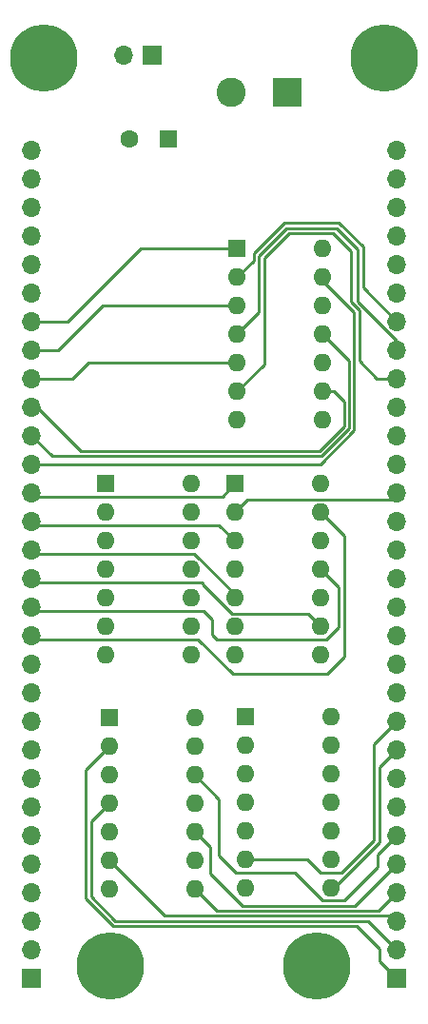
<source format=gbr>
%TF.GenerationSoftware,KiCad,Pcbnew,(5.1.9-0-10_14)*%
%TF.CreationDate,2021-06-04T20:59:10-04:00*%
%TF.ProjectId,INVERT_CONTROL_INTERFACE,494e5645-5254-45f4-934f-4e54524f4c5f,rev?*%
%TF.SameCoordinates,Original*%
%TF.FileFunction,Copper,L2,Inr*%
%TF.FilePolarity,Positive*%
%FSLAX46Y46*%
G04 Gerber Fmt 4.6, Leading zero omitted, Abs format (unit mm)*
G04 Created by KiCad (PCBNEW (5.1.9-0-10_14)) date 2021-06-04 20:59:10*
%MOMM*%
%LPD*%
G01*
G04 APERTURE LIST*
%TA.AperFunction,ComponentPad*%
%ADD10C,0.800000*%
%TD*%
%TA.AperFunction,ComponentPad*%
%ADD11C,6.000000*%
%TD*%
%TA.AperFunction,ComponentPad*%
%ADD12C,1.600000*%
%TD*%
%TA.AperFunction,ComponentPad*%
%ADD13R,1.600000X1.600000*%
%TD*%
%TA.AperFunction,ComponentPad*%
%ADD14C,2.600000*%
%TD*%
%TA.AperFunction,ComponentPad*%
%ADD15R,2.600000X2.600000*%
%TD*%
%TA.AperFunction,ComponentPad*%
%ADD16O,1.700000X1.700000*%
%TD*%
%TA.AperFunction,ComponentPad*%
%ADD17R,1.700000X1.700000*%
%TD*%
%TA.AperFunction,ComponentPad*%
%ADD18O,1.600000X1.600000*%
%TD*%
%TA.AperFunction,Conductor*%
%ADD19C,0.250000*%
%TD*%
G04 APERTURE END LIST*
D10*
%TO.N,N/C*%
%TO.C,REF\u002A\u002A*%
X86490990Y-51909010D03*
X84900000Y-51250000D03*
X83309010Y-51909010D03*
X82650000Y-53500000D03*
X83309010Y-55090990D03*
X84900000Y-55750000D03*
X86490990Y-55090990D03*
X87150000Y-53500000D03*
D11*
X84900000Y-53500000D03*
%TD*%
%TO.N,N/C*%
%TO.C,REF\u002A\u002A*%
X115200000Y-53500000D03*
D10*
X117450000Y-53500000D03*
X116790990Y-55090990D03*
X115200000Y-55750000D03*
X113609010Y-55090990D03*
X112950000Y-53500000D03*
X113609010Y-51909010D03*
X115200000Y-51250000D03*
X116790990Y-51909010D03*
%TD*%
D11*
%TO.N,N/C*%
%TO.C,REF\u002A\u002A*%
X90800000Y-134300000D03*
D10*
X93050000Y-134300000D03*
X92390990Y-135890990D03*
X90800000Y-136550000D03*
X89209010Y-135890990D03*
X88550000Y-134300000D03*
X89209010Y-132709010D03*
X90800000Y-132050000D03*
X92390990Y-132709010D03*
%TD*%
%TO.N,N/C*%
%TO.C,REF\u002A\u002A*%
X110790990Y-132709010D03*
X109200000Y-132050000D03*
X107609010Y-132709010D03*
X106950000Y-134300000D03*
X107609010Y-135890990D03*
X109200000Y-136550000D03*
X110790990Y-135890990D03*
X111450000Y-134300000D03*
D11*
X109200000Y-134300000D03*
%TD*%
D12*
%TO.N,GND*%
%TO.C,C1*%
X92500000Y-60700000D03*
D13*
%TO.N,VCC*%
X96000000Y-60700000D03*
%TD*%
D14*
%TO.N,GND*%
%TO.C,J4*%
X101600000Y-56600000D03*
D15*
%TO.N,VCC*%
X106600000Y-56600000D03*
%TD*%
D16*
%TO.N,GND*%
%TO.C,J3*%
X91960000Y-53300000D03*
D17*
%TO.N,VCC*%
X94500000Y-53300000D03*
%TD*%
D16*
%TO.N,Net-(J1-Pad30)*%
%TO.C,J1*%
X116300000Y-61740000D03*
%TO.N,Net-(J1-Pad29)*%
X116300000Y-64280000D03*
%TO.N,Net-(J1-Pad28)*%
X116300000Y-66820000D03*
%TO.N,Net-(J1-Pad27)*%
X116300000Y-69360000D03*
%TO.N,Net-(J1-Pad26)*%
X116300000Y-71900000D03*
%TO.N,Net-(J1-Pad25)*%
X116300000Y-74440000D03*
%TO.N,Net-(J1-Pad24)*%
X116300000Y-76980000D03*
%TO.N,Net-(J1-Pad23)*%
X116300000Y-79520000D03*
%TO.N,Net-(J1-Pad22)*%
X116300000Y-82060000D03*
%TO.N,Net-(J1-Pad21)*%
X116300000Y-84600000D03*
%TO.N,Net-(J1-Pad20)*%
X116300000Y-87140000D03*
%TO.N,Net-(J1-Pad19)*%
X116300000Y-89680000D03*
%TO.N,Net-(J1-Pad18)*%
X116300000Y-92220000D03*
%TO.N,Net-(J1-Pad17)*%
X116300000Y-94760000D03*
%TO.N,Net-(J1-Pad16)*%
X116300000Y-97300000D03*
%TO.N,Net-(J1-Pad15)*%
X116300000Y-99840000D03*
%TO.N,Net-(J1-Pad14)*%
X116300000Y-102380000D03*
%TO.N,Net-(J1-Pad13)*%
X116300000Y-104920000D03*
%TO.N,Net-(J1-Pad12)*%
X116300000Y-107460000D03*
%TO.N,Net-(J1-Pad11)*%
X116300000Y-110000000D03*
%TO.N,Net-(J1-Pad10)*%
X116300000Y-112540000D03*
%TO.N,Net-(J1-Pad9)*%
X116300000Y-115080000D03*
%TO.N,Net-(J1-Pad8)*%
X116300000Y-117620000D03*
%TO.N,Net-(J1-Pad7)*%
X116300000Y-120160000D03*
%TO.N,Net-(J1-Pad6)*%
X116300000Y-122700000D03*
%TO.N,Net-(J1-Pad5)*%
X116300000Y-125240000D03*
%TO.N,Net-(J1-Pad4)*%
X116300000Y-127780000D03*
%TO.N,Net-(J1-Pad3)*%
X116300000Y-130320000D03*
%TO.N,Net-(J1-Pad2)*%
X116300000Y-132860000D03*
D17*
%TO.N,Net-(J1-Pad1)*%
X116300000Y-135400000D03*
%TD*%
D16*
%TO.N,Net-(J2-Pad30)*%
%TO.C,J2*%
X83800000Y-61740000D03*
%TO.N,Net-(J2-Pad29)*%
X83800000Y-64280000D03*
%TO.N,Net-(J2-Pad28)*%
X83800000Y-66820000D03*
%TO.N,Net-(J2-Pad27)*%
X83800000Y-69360000D03*
%TO.N,Net-(J2-Pad26)*%
X83800000Y-71900000D03*
%TO.N,Net-(J2-Pad25)*%
X83800000Y-74440000D03*
%TO.N,Net-(J2-Pad24)*%
X83800000Y-76980000D03*
%TO.N,Net-(J2-Pad23)*%
X83800000Y-79520000D03*
%TO.N,Net-(J2-Pad22)*%
X83800000Y-82060000D03*
%TO.N,Net-(J2-Pad21)*%
X83800000Y-84600000D03*
%TO.N,Net-(J2-Pad20)*%
X83800000Y-87140000D03*
%TO.N,Net-(J2-Pad19)*%
X83800000Y-89680000D03*
%TO.N,Net-(J2-Pad18)*%
X83800000Y-92220000D03*
%TO.N,Net-(J2-Pad17)*%
X83800000Y-94760000D03*
%TO.N,Net-(J2-Pad16)*%
X83800000Y-97300000D03*
%TO.N,Net-(J2-Pad15)*%
X83800000Y-99840000D03*
%TO.N,Net-(J2-Pad14)*%
X83800000Y-102380000D03*
%TO.N,Net-(J2-Pad13)*%
X83800000Y-104920000D03*
%TO.N,Net-(J2-Pad12)*%
X83800000Y-107460000D03*
%TO.N,Net-(J2-Pad11)*%
X83800000Y-110000000D03*
%TO.N,Net-(J2-Pad10)*%
X83800000Y-112540000D03*
%TO.N,Net-(J2-Pad9)*%
X83800000Y-115080000D03*
%TO.N,Net-(J2-Pad8)*%
X83800000Y-117620000D03*
%TO.N,Net-(J2-Pad7)*%
X83800000Y-120160000D03*
%TO.N,Net-(J2-Pad6)*%
X83800000Y-122700000D03*
%TO.N,Net-(J2-Pad5)*%
X83800000Y-125240000D03*
%TO.N,Net-(J2-Pad4)*%
X83800000Y-127780000D03*
%TO.N,Net-(J2-Pad3)*%
X83800000Y-130320000D03*
%TO.N,Net-(J2-Pad2)*%
X83800000Y-132860000D03*
D17*
%TO.N,Net-(J2-Pad1)*%
X83800000Y-135400000D03*
%TD*%
D18*
%TO.N,VCC*%
%TO.C,U5*%
X98320000Y-112200000D03*
%TO.N,GND*%
X90700000Y-127440000D03*
%TO.N,Net-(J2-Pad6)*%
X98320000Y-114740000D03*
%TO.N,Net-(J1-Pad3)*%
X90700000Y-124900000D03*
%TO.N,Net-(J1-Pad6)*%
X98320000Y-117280000D03*
%TO.N,Net-(J2-Pad3)*%
X90700000Y-122360000D03*
%TO.N,Net-(J2-Pad5)*%
X98320000Y-119820000D03*
%TO.N,Net-(J1-Pad2)*%
X90700000Y-119820000D03*
%TO.N,Net-(J1-Pad5)*%
X98320000Y-122360000D03*
%TO.N,Net-(J2-Pad2)*%
X90700000Y-117280000D03*
%TO.N,Net-(J2-Pad4)*%
X98320000Y-124900000D03*
%TO.N,Net-(J1-Pad1)*%
X90700000Y-114740000D03*
%TO.N,Net-(J1-Pad4)*%
X98320000Y-127440000D03*
D13*
%TO.N,Net-(J2-Pad1)*%
X90700000Y-112200000D03*
%TD*%
D18*
%TO.N,VCC*%
%TO.C,U4*%
X98020000Y-91400000D03*
%TO.N,GND*%
X90400000Y-106640000D03*
%TO.N,Net-(J2-Pad25)*%
X98020000Y-93940000D03*
%TO.N,Net-(J1-Pad28)*%
X90400000Y-104100000D03*
%TO.N,Net-(J1-Pad25)*%
X98020000Y-96480000D03*
%TO.N,Net-(J2-Pad28)*%
X90400000Y-101560000D03*
%TO.N,Net-(J2-Pad26)*%
X98020000Y-99020000D03*
%TO.N,Net-(J1-Pad29)*%
X90400000Y-99020000D03*
%TO.N,Net-(J1-Pad26)*%
X98020000Y-101560000D03*
%TO.N,Net-(J2-Pad29)*%
X90400000Y-96480000D03*
%TO.N,Net-(J2-Pad27)*%
X98020000Y-104100000D03*
%TO.N,Net-(J1-Pad30)*%
X90400000Y-93940000D03*
%TO.N,Net-(J1-Pad27)*%
X98020000Y-106640000D03*
D13*
%TO.N,Net-(J2-Pad30)*%
X90400000Y-91400000D03*
%TD*%
D18*
%TO.N,VCC*%
%TO.C,U3*%
X109520000Y-91400000D03*
%TO.N,GND*%
X101900000Y-106640000D03*
%TO.N,Net-(J2-Pad13)*%
X109520000Y-93940000D03*
%TO.N,Net-(J1-Pad16)*%
X101900000Y-104100000D03*
%TO.N,Net-(J1-Pad13)*%
X109520000Y-96480000D03*
%TO.N,Net-(J2-Pad16)*%
X101900000Y-101560000D03*
%TO.N,Net-(J2-Pad14)*%
X109520000Y-99020000D03*
%TO.N,Net-(J1-Pad17)*%
X101900000Y-99020000D03*
%TO.N,Net-(J1-Pad14)*%
X109520000Y-101560000D03*
%TO.N,Net-(J2-Pad17)*%
X101900000Y-96480000D03*
%TO.N,Net-(J2-Pad15)*%
X109520000Y-104100000D03*
%TO.N,Net-(J1-Pad18)*%
X101900000Y-93940000D03*
%TO.N,Net-(J1-Pad15)*%
X109520000Y-106640000D03*
D13*
%TO.N,Net-(J2-Pad18)*%
X101900000Y-91400000D03*
%TD*%
D18*
%TO.N,VCC*%
%TO.C,U2*%
X109720000Y-70500000D03*
%TO.N,GND*%
X102100000Y-85740000D03*
%TO.N,Net-(J2-Pad19)*%
X109720000Y-73040000D03*
%TO.N,Net-(J1-Pad22)*%
X102100000Y-83200000D03*
%TO.N,Net-(J1-Pad19)*%
X109720000Y-75580000D03*
%TO.N,Net-(J2-Pad22)*%
X102100000Y-80660000D03*
%TO.N,Net-(J2-Pad20)*%
X109720000Y-78120000D03*
%TO.N,Net-(J1-Pad23)*%
X102100000Y-78120000D03*
%TO.N,Net-(J1-Pad20)*%
X109720000Y-80660000D03*
%TO.N,Net-(J2-Pad23)*%
X102100000Y-75580000D03*
%TO.N,Net-(J2-Pad21)*%
X109720000Y-83200000D03*
%TO.N,Net-(J1-Pad24)*%
X102100000Y-73040000D03*
%TO.N,Net-(J1-Pad21)*%
X109720000Y-85740000D03*
D13*
%TO.N,Net-(J2-Pad24)*%
X102100000Y-70500000D03*
%TD*%
D18*
%TO.N,VCC*%
%TO.C,U1*%
X110420000Y-112100000D03*
%TO.N,GND*%
X102800000Y-127340000D03*
%TO.N,Net-(J2-Pad7)*%
X110420000Y-114640000D03*
%TO.N,Net-(J1-Pad10)*%
X102800000Y-124800000D03*
%TO.N,Net-(J1-Pad7)*%
X110420000Y-117180000D03*
%TO.N,Net-(J2-Pad10)*%
X102800000Y-122260000D03*
%TO.N,Net-(J2-Pad8)*%
X110420000Y-119720000D03*
%TO.N,Net-(J1-Pad11)*%
X102800000Y-119720000D03*
%TO.N,Net-(J1-Pad8)*%
X110420000Y-122260000D03*
%TO.N,Net-(J2-Pad11)*%
X102800000Y-117180000D03*
%TO.N,Net-(J2-Pad9)*%
X110420000Y-124800000D03*
%TO.N,Net-(J1-Pad12)*%
X102800000Y-114640000D03*
%TO.N,Net-(J1-Pad9)*%
X110420000Y-127340000D03*
D13*
%TO.N,Net-(J2-Pad12)*%
X102800000Y-112100000D03*
%TD*%
D19*
%TO.N,Net-(J2-Pad24)*%
X83800000Y-76980000D02*
X87020000Y-76980000D01*
X93500000Y-70500000D02*
X102100000Y-70500000D01*
X87020000Y-76980000D02*
X93500000Y-70500000D01*
%TO.N,Net-(J2-Pad23)*%
X83800000Y-79520000D02*
X86180000Y-79520000D01*
X90120000Y-75580000D02*
X102100000Y-75580000D01*
X86180000Y-79520000D02*
X90120000Y-75580000D01*
%TO.N,Net-(J2-Pad22)*%
X83800000Y-82060000D02*
X87440000Y-82060000D01*
X88840000Y-80660000D02*
X102100000Y-80660000D01*
X87440000Y-82060000D02*
X88840000Y-80660000D01*
%TO.N,Net-(J2-Pad21)*%
X83800000Y-84600000D02*
X84300000Y-84600000D01*
X84300000Y-84600000D02*
X88200000Y-88500000D01*
X88200000Y-88500000D02*
X109400000Y-88500000D01*
X109400000Y-88500000D02*
X111600000Y-86300000D01*
X111600000Y-86300000D02*
X111600000Y-84100000D01*
X110700000Y-83200000D02*
X109720000Y-83200000D01*
X111600000Y-84100000D02*
X110700000Y-83200000D01*
%TO.N,Net-(J2-Pad20)*%
X83800000Y-87140000D02*
X85610011Y-88950011D01*
X85610011Y-88950011D02*
X109586400Y-88950011D01*
X109586400Y-88950011D02*
X112050011Y-86486400D01*
X112050011Y-80450011D02*
X109720000Y-78120000D01*
X112050011Y-86486400D02*
X112050011Y-80450011D01*
%TO.N,Net-(J2-Pad19)*%
X109720000Y-73356410D02*
X109720000Y-73040000D01*
X112500022Y-76136432D02*
X109720000Y-73356410D01*
X109492822Y-89680000D02*
X112500022Y-86672800D01*
X112500022Y-86672800D02*
X112500022Y-76136432D01*
X83800000Y-89680000D02*
X109492822Y-89680000D01*
%TO.N,Net-(J2-Pad18)*%
X84105001Y-92525001D02*
X100774999Y-92525001D01*
X100774999Y-92525001D02*
X101900000Y-91400000D01*
X83800000Y-92220000D02*
X84105001Y-92525001D01*
%TO.N,Net-(J2-Pad17)*%
X100485001Y-95065001D02*
X101900000Y-96480000D01*
X84105001Y-95065001D02*
X100485001Y-95065001D01*
X83800000Y-94760000D02*
X84105001Y-95065001D01*
%TO.N,Net-(J2-Pad16)*%
X98270003Y-97605001D02*
X101900000Y-101234998D01*
X101900000Y-101234998D02*
X101900000Y-101560000D01*
X84105001Y-97605001D02*
X98270003Y-97605001D01*
X83800000Y-97300000D02*
X84105001Y-97605001D01*
%TO.N,Net-(J2-Pad15)*%
X84105001Y-100145001D02*
X99045001Y-100145001D01*
X83800000Y-99840000D02*
X84105001Y-100145001D01*
X101649997Y-102974999D02*
X108394999Y-102974999D01*
X108394999Y-102974999D02*
X109520000Y-104100000D01*
X99045001Y-100370003D02*
X101649997Y-102974999D01*
X99045001Y-100145001D02*
X99045001Y-100370003D01*
%TO.N,Net-(J2-Pad14)*%
X84105001Y-102685001D02*
X99085001Y-102685001D01*
X83800000Y-102380000D02*
X84105001Y-102685001D01*
X99085001Y-102685001D02*
X99900000Y-103500000D01*
X99900000Y-103500000D02*
X99900000Y-104800000D01*
X110060001Y-105225001D02*
X111100000Y-104185002D01*
X100325001Y-105225001D02*
X110060001Y-105225001D01*
X99900000Y-104800000D02*
X100325001Y-105225001D01*
X111100000Y-100600000D02*
X109520000Y-99020000D01*
X111100000Y-104185002D02*
X111100000Y-100600000D01*
%TO.N,Net-(J2-Pad13)*%
X84105001Y-105225001D02*
X98625001Y-105225001D01*
X83800000Y-104920000D02*
X84105001Y-105225001D01*
X98625001Y-105225001D02*
X101700000Y-108300000D01*
X101700000Y-108300000D02*
X110100000Y-108300000D01*
X110100000Y-108300000D02*
X111600000Y-106800000D01*
X111600000Y-96020000D02*
X109520000Y-93940000D01*
X111600000Y-106800000D02*
X111600000Y-96020000D01*
%TO.N,Net-(J1-Pad24)*%
X111172800Y-68199978D02*
X113300022Y-70327200D01*
X113300022Y-73980022D02*
X116300000Y-76980000D01*
X102100000Y-73040000D02*
X103599978Y-71540022D01*
X103599978Y-70927200D02*
X106327200Y-68199978D01*
X103599978Y-71540022D02*
X103599978Y-70927200D01*
X113300022Y-70327200D02*
X113300022Y-73980022D01*
X106327200Y-68199978D02*
X111172800Y-68199978D01*
%TO.N,Net-(J1-Pad23)*%
X102100000Y-78120000D02*
X104049989Y-76170011D01*
X104049989Y-76170011D02*
X104049989Y-71113600D01*
X106513600Y-68649989D02*
X110986400Y-68649989D01*
X110986400Y-68649989D02*
X112850011Y-70513600D01*
X116300000Y-78663590D02*
X116300000Y-79520000D01*
X112850011Y-70513600D02*
X112850011Y-75213601D01*
X104049989Y-71113600D02*
X106513600Y-68649989D01*
X112850011Y-75213601D02*
X116300000Y-78663590D01*
%TO.N,Net-(J1-Pad22)*%
X102100000Y-83200000D02*
X104500000Y-80800000D01*
X104500000Y-80800000D02*
X104500000Y-71300000D01*
X104500000Y-71300000D02*
X106700000Y-69100000D01*
X106700000Y-69100000D02*
X110600000Y-69100000D01*
X110600000Y-69100000D02*
X112200000Y-70700000D01*
X112200000Y-70700000D02*
X112200000Y-75200000D01*
X112200000Y-75200000D02*
X113000000Y-76000000D01*
X113000000Y-76000000D02*
X113000000Y-80500000D01*
X114560000Y-82060000D02*
X116300000Y-82060000D01*
X113000000Y-80500000D02*
X114560000Y-82060000D01*
%TO.N,Net-(J1-Pad18)*%
X115705001Y-92814999D02*
X116300000Y-92220000D01*
X103025001Y-92814999D02*
X115705001Y-92814999D01*
X101900000Y-93940000D02*
X103025001Y-92814999D01*
%TO.N,Net-(J1-Pad10)*%
X114300000Y-114540000D02*
X116300000Y-112540000D01*
X114300000Y-123100000D02*
X114300000Y-114540000D01*
X111400000Y-126000000D02*
X114300000Y-123100000D01*
X109500000Y-126000000D02*
X111400000Y-126000000D01*
X108300000Y-124800000D02*
X109500000Y-126000000D01*
X102800000Y-124800000D02*
X108300000Y-124800000D01*
%TO.N,Net-(J1-Pad9)*%
X114750011Y-116629989D02*
X116300000Y-115080000D01*
X110420000Y-127340000D02*
X110696411Y-127340000D01*
X110696411Y-127340000D02*
X114750011Y-123286400D01*
X114750011Y-123286400D02*
X114750011Y-116629989D01*
%TO.N,Net-(J1-Pad6)*%
X114600000Y-124400000D02*
X116300000Y-122700000D01*
X114600000Y-125500000D02*
X114600000Y-124400000D01*
X109700000Y-128500000D02*
X111600000Y-128500000D01*
X100500000Y-119460000D02*
X100500000Y-124500000D01*
X98320000Y-117280000D02*
X100500000Y-119460000D01*
X111600000Y-128500000D02*
X114600000Y-125500000D01*
X102000000Y-126000000D02*
X107200000Y-126000000D01*
X100500000Y-124500000D02*
X102000000Y-126000000D01*
X107200000Y-126000000D02*
X109700000Y-128500000D01*
%TO.N,Net-(J1-Pad5)*%
X112589989Y-128950011D02*
X116300000Y-125240000D01*
X102550011Y-128950011D02*
X112589989Y-128950011D01*
X99700000Y-123740000D02*
X99700000Y-126100000D01*
X99700000Y-126100000D02*
X102550011Y-128950011D01*
X98320000Y-122360000D02*
X99700000Y-123740000D01*
%TO.N,Net-(J1-Pad4)*%
X98320000Y-127440000D02*
X100280022Y-129400022D01*
X114679978Y-129400022D02*
X116300000Y-127780000D01*
X100280022Y-129400022D02*
X114679978Y-129400022D01*
%TO.N,Net-(J1-Pad3)*%
X90700000Y-124900000D02*
X95650033Y-129850033D01*
X115830033Y-129850033D02*
X116300000Y-130320000D01*
X95650033Y-129850033D02*
X115830033Y-129850033D01*
%TO.N,Net-(J1-Pad2)*%
X90700000Y-119820000D02*
X89100000Y-121420000D01*
X91236454Y-130300044D02*
X113740044Y-130300044D01*
X89100000Y-121420000D02*
X89100000Y-128163590D01*
X113740044Y-130300044D02*
X116300000Y-132860000D01*
X89100000Y-128163590D02*
X91236454Y-130300044D01*
%TO.N,Net-(J1-Pad1)*%
X91050055Y-130750055D02*
X112750055Y-130750055D01*
X88600000Y-116840000D02*
X88600000Y-128300000D01*
X114800000Y-133900000D02*
X116300000Y-135400000D01*
X90700000Y-114740000D02*
X88600000Y-116840000D01*
X88600000Y-128300000D02*
X91050055Y-130750055D01*
X112750055Y-130750055D02*
X114800000Y-132800000D01*
X114800000Y-132800000D02*
X114800000Y-133900000D01*
%TD*%
M02*

</source>
